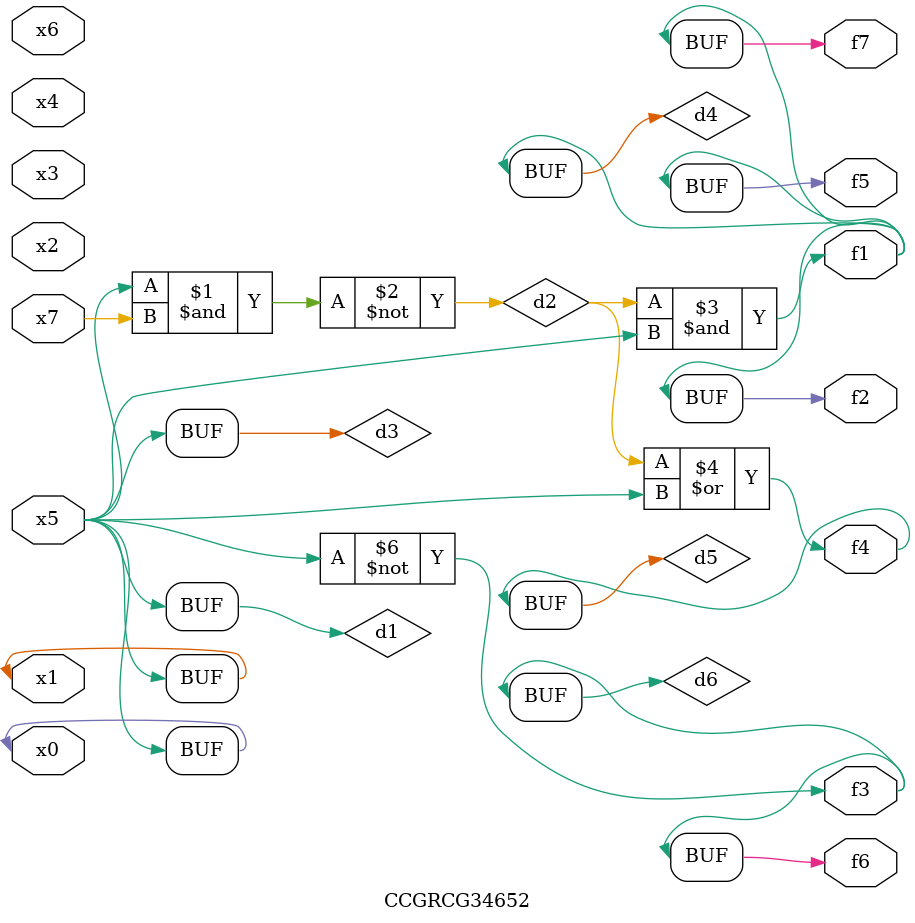
<source format=v>
module CCGRCG34652(
	input x0, x1, x2, x3, x4, x5, x6, x7,
	output f1, f2, f3, f4, f5, f6, f7
);

	wire d1, d2, d3, d4, d5, d6;

	buf (d1, x0, x5);
	nand (d2, x5, x7);
	buf (d3, x0, x1);
	and (d4, d2, d3);
	or (d5, d2, d3);
	nor (d6, d1, d3);
	assign f1 = d4;
	assign f2 = d4;
	assign f3 = d6;
	assign f4 = d5;
	assign f5 = d4;
	assign f6 = d6;
	assign f7 = d4;
endmodule

</source>
